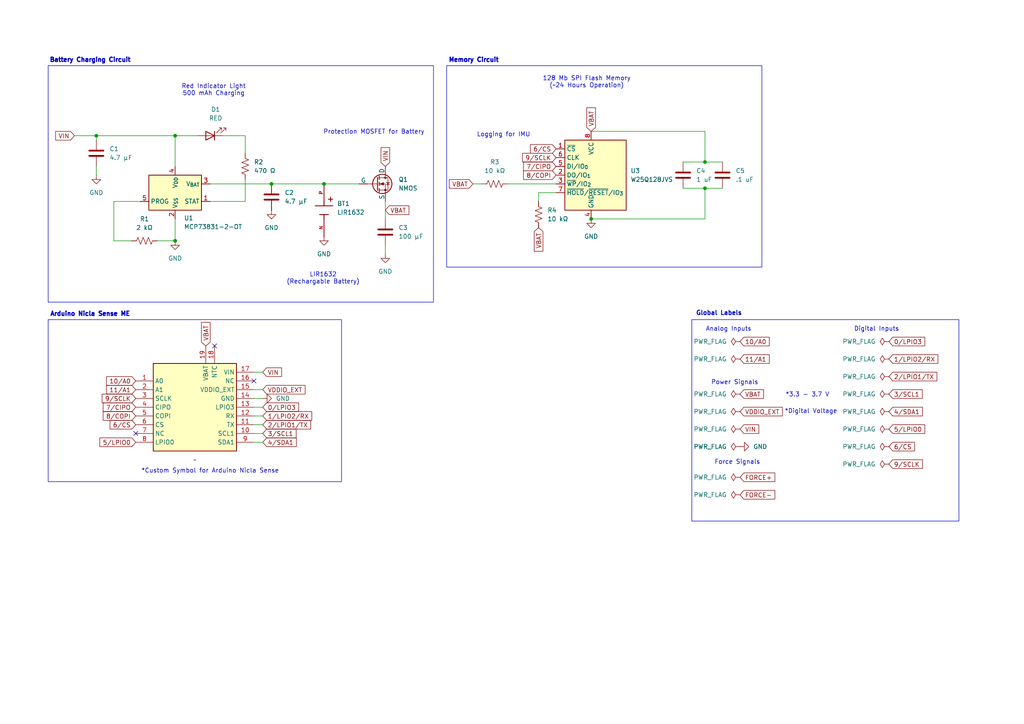
<source format=kicad_sch>
(kicad_sch (version 20250114) (generator "eeschema") (generator_version "9.0")
  (paper "A4")
  (title_block (title "Nathan Huang Board Design") (date "2025-09-23") (rev "1"))
  (lib_symbols
    (symbol "Battery_Management:MCP73831-2-OT"
      (property "Reference" "U" (at -7.62 6.35 0))
      (property "Value" "MCP73831-2-OT" (at 1.27 6.35 0))
      (symbol "MCP73831-2-OT_0_1"
        (rectangle (start -7.62 5.08) (end 7.62 -5.08) (stroke (width 0.254)) (fill (type background)))
      )
      (symbol "MCP73831-2-OT_1_1"
        (pin input line (at -10.16 -2.54 0) (length 2.54) (name "PROG") (number "5"))
        (pin power_in line (at 0 7.62 270) (length 2.54) (name "V_{DD}") (number "4"))
        (pin power_in line (at 0 -7.62 90) (length 2.54) (name "V_{SS}") (number "2"))
        (pin power_out line (at 10.16 2.54 180) (length 2.54) (name "V_{BAT}") (number "3"))
        (pin tri_state line (at 10.16 -2.54 180) (length 2.54) (name "STAT") (number "1"))
      )
    )
    (symbol "Device:C" (pin_numbers (hide yes)) (pin_names (offset 0.254))
      (property "Reference" "C" (at 0.635 2.54 0))
      (property "Value" "C" (at 0.635 -2.54 0))
      (symbol "C_0_1"
        (polyline (pts (xy -2.032 0.762) (xy 2.032 0.762)) (stroke (width 0.508)))
        (polyline (pts (xy -2.032 -0.762) (xy 2.032 -0.762)) (stroke (width 0.508)))
      )
      (symbol "C_1_1"
        (pin passive line (at 0 3.81 270) (length 2.794) (name "~") (number "1"))
        (pin passive line (at 0 -3.81 90) (length 2.794) (name "~") (number "2"))
      )
    )
    (symbol "Device:LED" (pin_numbers (hide yes)) (pin_names (offset 1.016) (hide yes))
      (property "Reference" "D" (at 0 2.54 0))
      (property "Value" "LED" (at 0 -2.54 0))
      (symbol "LED_0_1"
        (polyline (pts (xy -3.048 -0.762) (xy -4.572 -2.286) (xy -3.81 -2.286) (xy -4.572 -2.286) (xy -4.572 -1.524)))
        (polyline (pts (xy -1.778 -0.762) (xy -3.302 -2.286) (xy -2.54 -2.286) (xy -3.302 -2.286) (xy -3.302 -1.524)))
        (polyline (pts (xy -1.27 0) (xy 1.27 0)))
        (polyline (pts (xy -1.27 -1.27) (xy -1.27 1.27)) (stroke (width 0.254)))
        (polyline (pts (xy 1.27 -1.27) (xy 1.27 1.27) (xy -1.27 0) (xy 1.27 -1.27)) (stroke (width 0.254)))
      )
      (symbol "LED_1_1"
        (pin passive line (at -3.81 0 0) (length 2.54) (name "K") (number "1"))
        (pin passive line (at 3.81 0 180) (length 2.54) (name "A") (number "2"))
      )
    )
    (symbol "Device:R_US" (pin_numbers (hide yes)) (pin_names (offset 0))
      (property "Reference" "R" (at 2.54 0 90))
      (property "Value" "R_US" (at -2.54 0 90))
      (symbol "R_US_0_1"
        (polyline (pts (xy 0 2.286) (xy 0 2.54)))
        (polyline (pts (xy 0 2.286) (xy 1.016 1.905) (xy 0 1.524) (xy -1.016 1.143) (xy 0 0.762)))
        (polyline (pts (xy 0 0.762) (xy 1.016 0.381) (xy 0 0) (xy -1.016 -0.381) (xy 0 -0.762)))
        (polyline (pts (xy 0 -0.762) (xy 1.016 -1.143) (xy 0 -1.524) (xy -1.016 -1.905) (xy 0 -2.286)))
        (polyline (pts (xy 0 -2.286) (xy 0 -2.54)))
      )
      (symbol "R_US_1_1"
        (pin passive line (at 0 3.81 270) (length 1.27) (name "~") (number "1"))
        (pin passive line (at 0 -3.81 90) (length 1.27) (name "~") (number "2"))
      )
    )
    (symbol "Memory_Flash:W25Q128JVS"
      (property "Reference" "U" (at -6.35 11.43 0))
      (property "Value" "W25Q128JVS" (at 7.62 11.43 0))
      (symbol "W25Q128JVS_0_1"
        (rectangle (start -7.62 10.16) (end 10.16 -10.16) (stroke (width 0.254)) (fill (type background)))
      )
      (symbol "W25Q128JVS_1_1"
        (pin input line (at -10.16 7.62 0) (length 2.54) (name "~{CS}") (number "1"))
        (pin input line (at -10.16 5.08 0) (length 2.54) (name "CLK") (number "6"))
        (pin bidirectional line (at -10.16 2.54 0) (length 2.54) (name "DI/IO_{0}") (number "5"))
        (pin bidirectional line (at -10.16 0 0) (length 2.54) (name "DO/IO_{1}") (number "2"))
        (pin bidirectional line (at -10.16 -2.54 0) (length 2.54) (name "~{WP}/IO_{2}") (number "3"))
        (pin bidirectional line (at -10.16 -5.08 0) (length 2.54) (name "~{HOLD}/~{RESET}/IO_{3}") (number "7"))
        (pin power_in line (at 0 12.7 270) (length 2.54) (name "VCC") (number "8"))
        (pin power_in line (at 0 -12.7 90) (length 2.54) (name "GND") (number "4"))
      )
    )
    (symbol "Simulation_SPICE:NMOS" (pin_numbers (hide yes)) (pin_names (offset 0))
      (property "Reference" "Q" (at 5.08 1.27 0))
      (property "Value" "NMOS" (at 5.08 -1.27 0))
      (symbol "NMOS_0_1"
        (polyline (pts (xy 0.254 1.905) (xy 0.254 -1.905)) (stroke (width 0.254)))
        (polyline (pts (xy 0.254 0) (xy -2.54 0)))
        (polyline (pts (xy 0.762 2.286) (xy 0.762 1.27)) (stroke (width 0.254)))
        (polyline (pts (xy 0.762 0.508) (xy 0.762 -0.508)) (stroke (width 0.254)))
        (polyline (pts (xy 0.762 -1.27) (xy 0.762 -2.286)) (stroke (width 0.254)))
        (polyline (pts (xy 0.762 -1.778) (xy 3.302 -1.778) (xy 3.302 1.778) (xy 0.762 1.778)))
        (polyline (pts (xy 1.016 0) (xy 2.032 0.381) (xy 2.032 -0.381) (xy 1.016 0)) (fill (type outline)))
        (circle (center 1.651 0) (radius 2.794) (stroke (width 0.254)))
        (polyline (pts (xy 2.54 2.54) (xy 2.54 1.778)))
        (circle (center 2.54 1.778) (radius 0.254) (fill (type outline)))
        (circle (center 2.54 -1.778) (radius 0.254) (fill (type outline)))
        (polyline (pts (xy 2.54 -2.54) (xy 2.54 0) (xy 0.762 0)))
        (polyline (pts (xy 2.794 0.508) (xy 2.921 0.381) (xy 3.683 0.381) (xy 3.81 0.254)))
        (polyline (pts (xy 3.302 0.381) (xy 2.921 -0.254) (xy 3.683 -0.254) (xy 3.302 0.381)))
      )
      (symbol "NMOS_1_1"
        (pin input line (at -5.08 0 0) (length 2.54) (name "G") (number "2"))
        (pin passive line (at 2.54 5.08 270) (length 2.54) (name "D") (number "1"))
        (pin passive line (at 2.54 -5.08 90) (length 2.54) (name "S") (number "3"))
      )
    )
    (symbol "power:GND" (power) (pin_numbers (hide yes)) (pin_names (offset 0) (hide yes))
      (property "Value" "GND" (at 0 -3.81 0))
      (symbol "GND_0_1"
        (polyline (pts (xy 0 0) (xy 0 -1.27) (xy 1.27 -1.27) (xy 0 -2.54) (xy -1.27 -1.27) (xy 0 -1.27)))
      )
      (symbol "GND_1_1"
        (pin power_in line (at 0 0 270) (length 0) (name "~") (number "1"))
      )
    )
    (symbol "power:PWR_FLAG" (power) (pin_numbers (hide yes)) (pin_names (offset 0) (hide yes))
      (property "Value" "PWR_FLAG" (at 0 3.81 0))
      (symbol "PWR_FLAG_0_0"
        (pin power_out line (at 0 0 90) (length 0) (name "~") (number "1"))
      )
      (symbol "PWR_FLAG_0_1"
        (polyline (pts (xy 0 0) (xy 0 1.27) (xy -1.016 1.905) (xy 0 2.54) (xy 1.016 1.905) (xy 0 1.27)))
      )
    )
    (symbol "symbols:Arduino_Nicla_Sense"
      (symbol "Arduino_Nicla_Sense_0_1"
        (rectangle (start -7.62 10.16) (end 16.51 -15.24) (stroke (width 0.254)) (fill (type background)))
      )
      (symbol "Arduino_Nicla_Sense_1_1"
        (pin input line (at -12.7 5.08 0) (length 5.08) (name "A0") (number "1"))
        (pin input line (at -12.7 2.54 0) (length 5.08) (name "A1") (number "2"))
        (pin input line (at -12.7 0 0) (length 5.08) (name "SCLK") (number "3"))
        (pin input line (at -12.7 -2.54 0) (length 5.08) (name "CIPO") (number "4"))
        (pin input line (at -12.7 -5.08 0) (length 5.08) (name "COPI") (number "5"))
        (pin input line (at -12.7 -7.62 0) (length 5.08) (name "CS") (number "6"))
        (pin input line (at -12.7 -10.16 0) (length 5.08) (name "NC") (number "7"))
        (pin input line (at -12.7 -12.7 0) (length 5.08) (name "LPIO0") (number "8"))
        (pin input line (at 7.62 15.24 270) (length 5.08) (name "VBAT") (number "19"))
        (pin input line (at 10.16 15.24 270) (length 5.08) (name "NTC") (number "18"))
        (pin input line (at 21.59 7.62 180) (length 5.08) (name "VIN") (number "17"))
        (pin input line (at 21.59 5.08 180) (length 5.08) (name "NC") (number "16"))
        (pin input line (at 21.59 2.54 180) (length 5.08) (name "VDDIO_EXT") (number "15"))
        (pin input line (at 21.59 0 180) (length 5.08) (name "GND") (number "14"))
        (pin input line (at 21.59 -2.54 180) (length 5.08) (name "LPIO3") (number "13"))
        (pin input line (at 21.59 -5.08 180) (length 5.08) (name "RX") (number "12"))
        (pin input line (at 21.59 -7.62 180) (length 5.08) (name "TX") (number "11"))
        (pin input line (at 21.59 -10.16 180) (length 5.08) (name "SCL1") (number "10"))
        (pin input line (at 21.59 -12.7 180) (length 5.08) (name "SDA1") (number "9"))
      )
    )
    (symbol "symbols:KEYSTONE_504" (pin_names (offset 1.016))
      (property "Reference" "BT" (at -3.81 3.81 0))
      (property "Value" "KEYSTONE_504" (at -3.81 -5.08 0))
      (symbol "KEYSTONE_504_0_0"
        (polyline (pts (xy -3.81 1.905) (xy -2.54 1.905)) (stroke (width 0.254)))
        (polyline (pts (xy -3.175 2.54) (xy -3.175 1.27)) (stroke (width 0.254)))
        (polyline (pts (xy -1.27 2.54) (xy -1.27 0)) (stroke (width 0.254)))
        (polyline (pts (xy -1.27 0) (xy -2.54 0)) (stroke (width 0.254)))
        (polyline (pts (xy -1.27 0) (xy -1.27 -2.54)) (stroke (width 0.254)))
        (polyline (pts (xy 1.27 1.27) (xy 1.27 0)) (stroke (width 0.254)))
        (polyline (pts (xy 1.27 0) (xy 1.27 -1.27)) (stroke (width 0.254)))
        (polyline (pts (xy 1.27 0) (xy 2.54 0)) (stroke (width 0.254)))
        (pin passive line (at -7.62 0 0) (length 5.08) (name "~") (number "P"))
        (pin passive line (at 7.62 0 180) (length 5.08) (name "~") (number "N"))
      )
    )
  )
  (rectangle (start 13.97 92.71) (end 99.06 139.7))
  (rectangle (start 13.97 19.05) (end 125.73 87.63))
  (rectangle (start 129.54 19.05) (end 220.98 77.47))
  (rectangle (start 200.66 92.71) (end 278.13 151.13))
  (text "*Custom Symbol for Arduino Nicla Sense" (at 60.96 136.652 0) (effects (font (size 1.27 1.27))))
  (text "*Digital Voltage\n" (at 235.204 119.38 0) (effects (font (size 1.27 1.27))))
  (text "Protection MOSFET for Battery\n" (at 108.458 38.354 0) (effects (font (size 1.27 1.27))))
  (text "Global Labels" (at 208.534 90.932 0) (effects (font (size 1.27 1.27) (thickness 0.254) (bold yes))))
  (text "https://docs.arduino.cc/resources/datasheets/ABX00050-datasheet.pdf" (at 89.662 -1.524 0) (effects (font (size 1.27 1.27))))
  (text "Analog Inputs\n" (at 211.328 95.504 0) (effects (font (size 1.27 1.27))))
  (text "*3.3 - 3.7 V" (at 234.188 114.554 0) (effects (font (size 1.27 1.27))))
  (text "LIR1632\n(Rechargable Battery)" (at 93.726 80.772 0) (effects (font (size 1.27 1.27))))
  (text "128 Mb SPI Flash Memory\n(~24 Hours Operation)" (at 170.18 23.876 0) (effects (font (size 1.27 1.27))))
  (text "Digital Inputs" (at 254.254 95.504 0) (effects (font (size 1.27 1.27) (thickness 0.1588))))
  (text "Force Signals" (at 213.868 134.112 0) (effects (font (size 1.27 1.27))))
  (text "Logging for IMU" (at 146.05 39.116 0) (effects (font (size 1.27 1.27))))
  (text "Memory Circuit" (at 137.414 17.526 0) (effects (font (size 1.27 1.27) (thickness 0.381) (bold yes))))
  (text "Battery Charging Circuit" (at 26.162 17.526 0) (effects (font (size 1.27 1.27) (thickness 0.381) (bold yes))))
  (text "Arduino Nicla Sense ME" (at 26.162 91.186 0) (effects (font (size 1.27 1.27) (thickness 0.381) (bold yes))))
  (text "Power Signals" (at 213.106 110.998 0) (effects (font (size 1.27 1.27))))
  (text "Red Indicator Light\n500 mAh Charging" (at 61.976 26.162 0) (effects (font (size 1.27 1.27))))
  (junction (at 50.8 39.37))
  (junction (at 93.98 53.34))
  (junction (at 204.47 46.99))
  (junction (at 27.94 39.37))
  (junction (at 171.45 63.5))
  (junction (at 50.8 69.85))
  (junction (at 204.47 54.61))
  (junction (at 78.74 53.34))
  (no_connect (at 39.37 125.73))
  (no_connect (at 62.23 100.33))
  (no_connect (at 73.66 110.49))
  (wire (pts (xy 71.12 52.07) (xy 71.12 58.42)))
  (wire (pts (xy 198.12 46.99) (xy 204.47 46.99)))
  (wire (pts (xy 78.74 53.34) (xy 93.98 53.34)))
  (wire (pts (xy 111.76 58.42) (xy 111.76 63.5)))
  (wire (pts (xy 50.8 39.37) (xy 50.8 48.26)))
  (wire (pts (xy 73.66 115.57) (xy 76.2 115.57)))
  (wire (pts (xy 21.59 39.37) (xy 27.94 39.37)))
  (wire (pts (xy 73.66 125.73) (xy 76.2 125.73)))
  (wire (pts (xy 27.94 39.37) (xy 27.94 40.64)))
  (wire (pts (xy 204.47 54.61) (xy 204.47 63.5)))
  (wire (pts (xy 45.72 69.85) (xy 50.8 69.85)))
  (wire (pts (xy 156.21 58.42) (xy 156.21 55.88)))
  (wire (pts (xy 33.02 69.85) (xy 38.1 69.85)))
  (wire (pts (xy 111.76 71.12) (xy 111.76 73.66)))
  (wire (pts (xy 64.77 39.37) (xy 71.12 39.37)))
  (wire (pts (xy 73.66 120.65) (xy 76.2 120.65)))
  (wire (pts (xy 57.15 39.37) (xy 50.8 39.37)))
  (wire (pts (xy 73.66 128.27) (xy 76.2 128.27)))
  (wire (pts (xy 27.94 39.37) (xy 50.8 39.37)))
  (wire (pts (xy 204.47 54.61) (xy 209.55 54.61)))
  (wire (pts (xy 71.12 39.37) (xy 71.12 44.45)))
  (wire (pts (xy 204.47 38.1) (xy 171.45 38.1)))
  (wire (pts (xy 156.21 55.88) (xy 161.29 55.88)))
  (wire (pts (xy 27.94 48.26) (xy 27.94 50.8)))
  (wire (pts (xy 50.8 69.85) (xy 50.8 63.5)))
  (wire (pts (xy 93.98 53.34) (xy 104.14 53.34)))
  (wire (pts (xy 33.02 58.42) (xy 33.02 69.85)))
  (wire (pts (xy 73.66 123.19) (xy 76.2 123.19)))
  (wire (pts (xy 40.64 58.42) (xy 33.02 58.42)))
  (wire (pts (xy 71.12 58.42) (xy 60.96 58.42)))
  (wire (pts (xy 204.47 46.99) (xy 209.55 46.99)))
  (wire (pts (xy 73.66 107.95) (xy 76.2 107.95)))
  (wire (pts (xy 204.47 46.99) (xy 204.47 38.1)))
  (wire (pts (xy 73.66 118.11) (xy 76.2 118.11)))
  (wire (pts (xy 198.12 54.61) (xy 204.47 54.61)))
  (wire (pts (xy 137.16 53.34) (xy 139.7 53.34)))
  (wire (pts (xy 171.45 63.5) (xy 204.47 63.5)))
  (wire (pts (xy 147.32 53.34) (xy 161.29 53.34)))
  (wire (pts (xy 73.66 113.03) (xy 76.2 113.03)))
  (wire (pts (xy 60.96 53.34) (xy 78.74 53.34)))
  (image (at 88.646 -29.464) (scale 0.832519))
  (image (at 25.4 -29.21) (scale 0.385809))
  (global_label "5{slash}LPIO0" (shape input) (at 257.81 124.46 0) (property "Intersheetrefs" "${INTERSHEET_REFS}" (effects (hide yes))))
  (global_label "2{slash}LPIO1{slash}TX" (shape input) (at 257.81 109.22 0) (property "Intersheetrefs" "${INTERSHEET_REFS}" (effects (hide yes))))
  (global_label "6{slash}CS" (shape input) (at 257.81 129.54 0) (property "Intersheetrefs" "${INTERSHEET_REFS}" (effects (hide yes))))
  (global_label "0{slash}LPIO3" (shape input) (at 76.2 118.11 0) (property "Intersheetrefs" "${INTERSHEET_REFS}" (effects (hide yes))))
  (global_label "10{slash}A0" (shape input) (at 39.37 110.49 180) (property "Intersheetrefs" "${INTERSHEET_REFS}" (effects (hide yes))))
  (global_label "VBAT" (shape input) (at 156.21 66.04 270) (property "Intersheetrefs" "${INTERSHEET_REFS}" (effects (hide yes))))
  (global_label "0{slash}LPIO3" (shape input) (at 257.81 99.06 0) (property "Intersheetrefs" "${INTERSHEET_REFS}" (effects (hide yes))))
  (global_label "8{slash}COPI" (shape input) (at 39.37 120.65 180) (property "Intersheetrefs" "${INTERSHEET_REFS}" (effects (hide yes))))
  (global_label "VDDIO_EXT" (shape input) (at 76.2 113.03 0) (property "Intersheetrefs" "${INTERSHEET_REFS}" (effects (hide yes))))
  (global_label "VBAT" (shape input) (at 137.16 53.34 180) (property "Intersheetrefs" "${INTERSHEET_REFS}" (effects (hide yes))))
  (global_label "6{slash}CS" (shape input) (at 39.37 123.19 180) (property "Intersheetrefs" "${INTERSHEET_REFS}" (effects (hide yes))))
  (global_label "10{slash}A0" (shape input) (at 214.63 99.06 0) (property "Intersheetrefs" "${INTERSHEET_REFS}" (effects (hide yes))))
  (global_label "6{slash}CS" (shape input) (at 161.29 43.18 180) (property "Intersheetrefs" "${INTERSHEET_REFS}" (effects (hide yes))))
  (global_label "VBAT" (shape input) (at 111.76 60.96 0) (property "Intersheetrefs" "${INTERSHEET_REFS}" (effects (hide yes))))
  (global_label "7{slash}CIPO" (shape input) (at 161.29 48.26 180) (property "Intersheetrefs" "${INTERSHEET_REFS}" (effects (hide yes))))
  (global_label "9{slash}SCLK" (shape input) (at 257.81 134.62 0) (property "Intersheetrefs" "${INTERSHEET_REFS}" (effects (hide yes))))
  (global_label "11{slash}A1" (shape input) (at 39.37 113.03 180) (property "Intersheetrefs" "${INTERSHEET_REFS}" (effects (hide yes))))
  (global_label "FORCE+" (shape input) (at 214.63 138.43 0) (property "Intersheetrefs" "${INTERSHEET_REFS}" (effects (hide yes))))
  (global_label "5{slash}LPIO0" (shape input) (at 39.37 128.27 180) (property "Intersheetrefs" "${INTERSHEET_REFS}" (effects (hide yes))))
  (global_label "VIN" (shape input) (at 21.59 39.37 180) (property "Intersheetrefs" "${INTERSHEET_REFS}" (effects (hide yes))))
  (global_label "VBAT" (shape input) (at 214.63 114.3 0) (property "Intersheetrefs" "${INTERSHEET_REFS}" (effects (hide yes))))
  (global_label "9{slash}SCLK" (shape input) (at 39.37 115.57 180) (property "Intersheetrefs" "${INTERSHEET_REFS}" (effects (hide yes))))
  (global_label "3{slash}SCL1" (shape input) (at 76.2 125.73 0) (property "Intersheetrefs" "${INTERSHEET_REFS}" (effects (hide yes))))
  (global_label "7{slash}CIPO" (shape input) (at 39.37 118.11 180) (property "Intersheetrefs" "${INTERSHEET_REFS}" (effects (hide yes))))
  (global_label "9{slash}SCLK" (shape input) (at 161.29 45.72 180) (property "Intersheetrefs" "${INTERSHEET_REFS}" (effects (hide yes))))
  (global_label "8{slash}COPI" (shape input) (at 161.29 50.8 180) (property "Intersheetrefs" "${INTERSHEET_REFS}" (effects (hide yes))))
  (global_label "VBAT" (shape input) (at 171.45 38.1 90) (property "Intersheetrefs" "${INTERSHEET_REFS}" (effects (hide yes))))
  (global_label "1{slash}LPIO2{slash}RX" (shape input) (at 76.2 120.65 0) (property "Intersheetrefs" "${INTERSHEET_REFS}" (effects (hide yes))))
  (global_label "VIN" (shape input) (at 111.76 48.26 90) (property "Intersheetrefs" "${INTERSHEET_REFS}" (effects (hide yes))))
  (global_label "VBAT" (shape input) (at 59.69 100.33 90) (property "Intersheetrefs" "${INTERSHEET_REFS}" (effects (hide yes))))
  (global_label "FORCE-" (shape input) (at 214.63 143.51 0) (property "Intersheetrefs" "${INTERSHEET_REFS}" (effects (hide yes))))
  (global_label "3{slash}SCL1" (shape input) (at 257.81 114.3 0) (property "Intersheetrefs" "${INTERSHEET_REFS}" (effects (hide yes))))
  (global_label "VIN" (shape input) (at 76.2 107.95 0) (property "Intersheetrefs" "${INTERSHEET_REFS}" (effects (hide yes))))
  (global_label "VDDIO_EXT" (shape input) (at 214.63 119.38 0) (property "Intersheetrefs" "${INTERSHEET_REFS}" (effects (hide yes))))
  (global_label "4{slash}SDA1" (shape input) (at 257.81 119.38 0) (property "Intersheetrefs" "${INTERSHEET_REFS}" (effects (hide yes))))
  (global_label "1{slash}LPIO2{slash}RX" (shape input) (at 257.81 104.14 0) (property "Intersheetrefs" "${INTERSHEET_REFS}" (effects (hide yes))))
  (global_label "11{slash}A1" (shape input) (at 214.63 104.14 0) (property "Intersheetrefs" "${INTERSHEET_REFS}" (effects (hide yes))))
  (global_label "VIN" (shape input) (at 214.63 124.46 0) (property "Intersheetrefs" "${INTERSHEET_REFS}" (effects (hide yes))))
  (global_label "4{slash}SDA1" (shape input) (at 76.2 128.27 0) (property "Intersheetrefs" "${INTERSHEET_REFS}" (effects (hide yes))))
  (global_label "2{slash}LPIO1{slash}TX" (shape input) (at 76.2 123.19 0) (property "Intersheetrefs" "${INTERSHEET_REFS}" (effects (hide yes))))
  (symbol (lib_id "power:GND") (at 76.2 115.57 90) (mirror x) (unit 1)
    (property "Reference" "#PWR016" (effects (hide yes)))
    (property "Value" "GND" (at 80.01 115.5699 90) (effects (justify right)))
    (property "Description" "Power symbol creates a global label with name \"GND\" , ground" (effects (hide yes)))
  )
  (symbol (lib_id "power:GND") (at 50.8 69.85 0) (unit 1)
    (property "Reference" "#PWR02" (effects (hide yes)))
    (property "Value" "GND" (at 50.8 74.93 0))
    (property "Description" "Power symbol creates a global label with name \"GND\" , ground" (effects (hide yes)))
  )
  (symbol (lib_id "power:PWR_FLAG") (at 257.81 99.06 90) (unit 1)
    (property "Reference" "#FLG01" (effects (hide yes)))
    (property "Value" "PWR_FLAG" (at 254 99.0599 90) (effects (justify left)))
    (property "Description" "Special symbol for telling ERC where power comes from" (effects (hide yes)))
  )
  (symbol (lib_id "Device:LED") (at 60.96 39.37 180) (unit 1)
    (property "Reference" "D1" (at 62.5475 31.75 0))
    (property "Value" "RED" (at 62.5475 34.29 0))
    (property "Footprint" "Diode_SMD:D_0201_0603Metric" (effects (hide yes)))
    (property "Description" "Light emitting diode" (effects (hide yes)))
    (property "Sim.Pins" "1=K 2=A" (effects (hide yes)))
  )
  (symbol (lib_id "power:PWR_FLAG") (at 214.63 138.43 90) (unit 1)
    (property "Reference" "#FLG011" (effects (hide yes)))
    (property "Value" "PWR_FLAG" (at 210.82 138.4299 90) (effects (justify left)))
    (property "Description" "Special symbol for telling ERC where power comes from" (effects (hide yes)))
  )
  (symbol (lib_id "Device:C") (at 27.94 44.45 180) (unit 1)
    (property "Reference" "C1" (at 31.75 43.1799 0) (effects (justify right)))
    (property "Value" "4.7 μF" (at 31.75 45.7199 0) (effects (justify right)))
    (property "Footprint" "Capacitor_SMD:C_0201_0603Metric" (effects (hide yes)))
    (property "Description" "Unpolarized capacitor" (effects (hide yes)))
  )
  (symbol (lib_id "power:PWR_FLAG") (at 214.63 124.46 90) (unit 1)
    (property "Reference" "#FLG016" (effects (hide yes)))
    (property "Value" "PWR_FLAG" (at 210.82 124.4599 90) (effects (justify left)))
    (property "Description" "Special symbol for telling ERC where power comes from" (effects (hide yes)))
  )
  (symbol (lib_id "power:PWR_FLAG") (at 214.63 99.06 90) (unit 1)
    (property "Reference" "#FLG02" (effects (hide yes)))
    (property "Value" "PWR_FLAG" (at 210.82 99.0599 90) (effects (justify left)))
    (property "Description" "Special symbol for telling ERC where power comes from" (effects (hide yes)))
  )
  (symbol (lib_id "power:PWR_FLAG") (at 257.81 129.54 90) (unit 1)
    (property "Reference" "#FLG010" (effects (hide yes)))
    (property "Value" "PWR_FLAG" (at 254 129.5399 90) (effects (justify left)))
    (property "Description" "Special symbol for telling ERC where power comes from" (effects (hide yes)))
  )
  (symbol (lib_id "power:GND") (at 78.74 60.96 0) (unit 1)
    (property "Reference" "#PWR012" (effects (hide yes)))
    (property "Value" "GND" (at 78.74 66.04 0))
    (property "Description" "Power symbol creates a global label with name \"GND\" , ground" (effects (hide yes)))
  )
  (symbol (lib_id "symbols:KEYSTONE_504") (at 93.98 60.96 270) (unit 1)
    (property "Reference" "BT1" (at 97.79 59.0549 90) (effects (justify left)))
    (property "Value" "LIR1632" (at 97.79 61.5949 90) (effects (justify left)))
    (property "Footprint" "footprints:BAT_504" (effects (hide yes)))
    (property "MF" "Keystone Electronics" (effects (hide yes)))
    (property "MAXIMUM_PACKAGE_HEIGHT" "5.38mm" (effects (hide yes)))
    (property "Package" "None" (effects (hide yes)))
    (property "Price" "None" (effects (hide yes)))
    (property "Check_prices" "https://www.snapeda.com/parts/504/Keystone/view-part/?ref=eda" (effects (hide yes)))
    (property "STANDARD" "Manufacturer Recommendations" (effects (hide yes)))
    (property "PARTREV" "H" (effects (hide yes)))
    (property "SnapEDA_Link" "https://www.snapeda.com/parts/504/Keystone/view-part/?ref=snap" (effects (hide yes)))
    (property "MP" "504" (effects (hide yes)))
    (property "Description_1" "SMT Holder for 16mm Cell" (effects (hide yes)))
    (property "SNAPEDA_PN" "504" (effects (hide yes)))
    (property "Availability" "In Stock" (effects (hide yes)))
    (property "MANUFACTURER" "Keystone" (effects (hide yes)))
  )
  (symbol (lib_id "symbols:Arduino_Nicla_Sense") (at 52.07 115.57 0) (unit 1)
    (property "Reference" "U2" (effects (hide yes)))
    (property "Value" "~" (at 56.515 133.35 0))
    (property "Footprint" "footprints:Arduino_Nicla_Sense" (effects (hide yes)))
  )
  (symbol (lib_id "Battery_Management:MCP73831-2-OT") (at 50.8 55.88 0) (unit 1)
    (property "Reference" "U1" (at 53.34 63.246 0) (effects (justify left)))
    (property "Value" "MCP73831-2-OT" (at 53.34 65.786 0) (effects (justify left)))
    (property "Footprint" "Package_TO_SOT_SMD:SOT-23-5" (effects (hide yes)))
    (property "Datasheet" "http://ww1.microchip.com/downloads/en/DeviceDoc/20001984g.pdf" (effects (hide yes)))
    (property "Description" "Single cell, Li-Ion/Li-Po charge management controller, 4.20V, Tri-State Status Output, in SOT23-5 package" (effects (hide yes)))
  )
  (symbol (lib_id "power:GND") (at 27.94 50.8 0) (unit 1)
    (property "Reference" "#PWR08" (effects (hide yes)))
    (property "Value" "GND" (at 27.94 55.88 0))
    (property "Description" "Power symbol creates a global label with name \"GND\" , ground" (effects (hide yes)))
  )
  (symbol (lib_id "power:PWR_FLAG") (at 257.81 119.38 90) (unit 1)
    (property "Reference" "#FLG08" (effects (hide yes)))
    (property "Value" "PWR_FLAG" (at 254 119.3799 90) (effects (justify left)))
    (property "Description" "Special symbol for telling ERC where power comes from" (effects (hide yes)))
  )
  (symbol (lib_id "Device:R_US") (at 41.91 69.85 90) (unit 1)
    (property "Reference" "R1" (at 41.91 63.5 90))
    (property "Value" "2 kΩ" (at 41.91 66.04 90))
    (property "Footprint" "Resistor_SMD:R_0201_0603Metric" (effects (hide yes)))
    (property "Description" "Resistor, US symbol" (effects (hide yes)))
  )
  (symbol (lib_id "power:PWR_FLAG") (at 257.81 124.46 90) (unit 1)
    (property "Reference" "#FLG09" (effects (hide yes)))
    (property "Value" "PWR_FLAG" (at 254 124.4599 90) (effects (justify left)))
    (property "Description" "Special symbol for telling ERC where power comes from" (effects (hide yes)))
  )
  (symbol (lib_id "power:PWR_FLAG") (at 214.63 114.3 90) (unit 1)
    (property "Reference" "#FLG014" (effects (hide yes)))
    (property "Value" "PWR_FLAG" (at 210.82 114.2999 90) (effects (justify left)))
    (property "Description" "Special symbol for telling ERC where power comes from" (effects (hide yes)))
  )
  (symbol (lib_id "power:PWR_FLAG") (at 257.81 114.3 90) (unit 1)
    (property "Reference" "#FLG07" (effects (hide yes)))
    (property "Value" "PWR_FLAG" (at 254 114.2999 90) (effects (justify left)))
    (property "Description" "Special symbol for telling ERC where power comes from" (effects (hide yes)))
  )
  (symbol (lib_id "power:PWR_FLAG") (at 214.63 104.14 90) (unit 1)
    (property "Reference" "#FLG03" (effects (hide yes)))
    (property "Value" "PWR_FLAG" (at 210.82 104.1399 90) (effects (justify left)))
    (property "Description" "Special symbol for telling ERC where power comes from" (effects (hide yes)))
  )
  (symbol (lib_id "power:GND") (at 214.63 129.54 90) (unit 1)
    (property "Reference" "#PWR04" (effects (hide yes)))
    (property "Value" "GND" (at 218.44 129.5399 90) (effects (justify right)))
    (property "Description" "Power symbol creates a global label with name \"GND\" , ground" (effects (hide yes)))
  )
  (symbol (lib_id "Memory_Flash:W25Q128JVS") (at 171.45 50.8 0) (unit 1)
    (property "Reference" "U3" (at 182.88 49.5299 0) (effects (justify left)))
    (property "Value" "W25Q128JVS" (at 182.88 52.0699 0) (effects (justify left)))
    (property "Footprint" "Package_SO:SOIC-8_5.3x5.3mm_P1.27mm" (effects (hide yes)))
    (property "Datasheet" "https://www.winbond.com/resource-files/w25q128jv_dtr%20revc%2003272018%20plus.pdf" (effects (hide yes)))
    (property "Description" "128Mbit / 16MiB Serial Flash Memory, Standard/Dual/Quad SPI, 2.7-3.6V, SOIC-8" (effects (hide yes)))
  )
  (symbol (lib_id "power:PWR_FLAG") (at 257.81 134.62 90) (unit 1)
    (property "Reference" "#FLG013" (effects (hide yes)))
    (property "Value" "PWR_FLAG" (at 254 134.6199 90) (effects (justify left)))
    (property "Description" "Special symbol for telling ERC where power comes from" (effects (hide yes)))
  )
  (symbol (lib_id "Simulation_SPICE:NMOS") (at 109.22 53.34 0) (unit 1)
    (property "Reference" "Q1" (at 115.57 52.0699 0) (effects (justify left)))
    (property "Value" "NMOS" (at 115.57 54.6099 0) (effects (justify left)))
    (property "Footprint" "footprints:NMOS_DMP1045U" (effects (hide yes)))
    (property "Datasheet" "https://ngspice.sourceforge.io/docs/ngspice-html-manual/manual.xhtml#cha_MOSFETs" (effects (hide yes)))
    (property "Description" "N-MOSFET transistor, drain/source/gate" (effects (hide yes)))
    (property "Sim.Device" "NMOS" (effects (hide yes)))
    (property "Sim.Type" "VDMOS" (effects (hide yes)))
    (property "Sim.Pins" "1=D 2=G 3=S" (effects (hide yes)))
  )
  (symbol (lib_id "power:PWR_FLAG") (at 214.63 129.54 90) (unit 1)
    (property "Reference" "#FLG04" (effects (hide yes)))
    (property "Value" "PWR_FLAG" (at 210.82 129.5399 90) (effects (justify left)))
    (property "Description" "Special symbol for telling ERC where power comes from" (effects (hide yes)))
  )
  (symbol (lib_id "Device:R_US") (at 156.21 62.23 180) (unit 1)
    (property "Reference" "R4" (at 158.75 60.9599 0) (effects (justify right)))
    (property "Value" "10 kΩ" (at 158.75 63.4999 0) (effects (justify right)))
    (property "Footprint" "Resistor_SMD:R_0201_0603Metric" (effects (hide yes)))
    (property "Description" "Resistor, US symbol" (effects (hide yes)))
  )
  (symbol (lib_id "Device:R_US") (at 143.51 53.34 90) (unit 1)
    (property "Reference" "R3" (at 143.51 46.99 90))
    (property "Value" "10 kΩ" (at 143.51 49.53 90))
    (property "Footprint" "Resistor_SMD:R_0201_0603Metric" (effects (hide yes)))
    (property "Description" "Resistor, US symbol" (effects (hide yes)))
  )
  (symbol (lib_id "power:PWR_FLAG") (at 214.63 119.38 90) (unit 1)
    (property "Reference" "#FLG015" (effects (hide yes)))
    (property "Value" "PWR_FLAG" (at 210.82 119.3799 90) (effects (justify left)))
    (property "Description" "Special symbol for telling ERC where power comes from" (effects (hide yes)))
  )
  (symbol (lib_id "power:PWR_FLAG") (at 257.81 104.14 90) (unit 1)
    (property "Reference" "#FLG05" (effects (hide yes)))
    (property "Value" "PWR_FLAG" (at 254 104.1399 90) (effects (justify left)))
    (property "Description" "Special symbol for telling ERC where power comes from" (effects (hide yes)))
  )
  (symbol (lib_id "Device:C") (at 111.76 67.31 0) (unit 1)
    (property "Reference" "C3" (at 115.57 66.0399 0) (effects (justify left)))
    (property "Value" "100 μF" (at 115.57 68.5799 0) (effects (justify left)))
    (property "Footprint" "Capacitor_SMD:C_0201_0603Metric" (effects (hide yes)))
    (property "Description" "Unpolarized capacitor" (effects (hide yes)))
  )
  (symbol (lib_id "Device:C") (at 209.55 50.8 0) (unit 1)
    (property "Reference" "C5" (at 213.36 49.5299 0) (effects (justify left)))
    (property "Value" ".1 uF" (at 213.36 52.0699 0) (effects (justify left)))
    (property "Footprint" "Capacitor_SMD:C_0201_0603Metric" (effects (hide yes)))
    (property "Description" "Unpolarized capacitor" (effects (hide yes)))
  )
  (symbol (lib_id "power:GND") (at 111.76 73.66 0) (unit 1)
    (property "Reference" "#PWR03" (effects (hide yes)))
    (property "Value" "GND" (at 111.76 78.74 0))
    (property "Description" "Power symbol creates a global label with name \"GND\" , ground" (effects (hide yes)))
  )
  (symbol (lib_id "Device:R_US") (at 71.12 48.26 0) (unit 1)
    (property "Reference" "R2" (at 73.66 46.9899 0) (effects (justify left)))
    (property "Value" "470 Ω" (at 73.66 49.5299 0) (effects (justify left)))
    (property "Footprint" "Resistor_SMD:R_0201_0603Metric" (effects (hide yes)))
    (property "Description" "Resistor, US symbol" (effects (hide yes)))
  )
  (symbol (lib_id "power:PWR_FLAG") (at 214.63 143.51 90) (unit 1)
    (property "Reference" "#FLG012" (effects (hide yes)))
    (property "Value" "PWR_FLAG" (at 210.82 143.5099 90) (effects (justify left)))
    (property "Description" "Special symbol for telling ERC where power comes from" (effects (hide yes)))
  )
  (symbol (lib_id "Device:C") (at 78.74 57.15 0) (unit 1)
    (property "Reference" "C2" (at 82.55 55.8799 0) (effects (justify left)))
    (property "Value" "4.7 μF" (at 82.55 58.4199 0) (effects (justify left)))
    (property "Footprint" "Capacitor_SMD:C_0201_0603Metric" (effects (hide yes)))
    (property "Description" "Unpolarized capacitor" (effects (hide yes)))
  )
  (symbol (lib_id "Device:C") (at 198.12 50.8 0) (unit 1)
    (property "Reference" "C4" (at 201.93 49.5299 0) (effects (justify left)))
    (property "Value" "1 uF" (at 201.93 52.0699 0) (effects (justify left)))
    (property "Footprint" "Capacitor_SMD:C_0201_0603Metric" (effects (hide yes)))
    (property "Description" "Unpolarized capacitor" (effects (hide yes)))
  )
  (symbol (lib_id "power:GND") (at 93.98 68.58 0) (unit 1)
    (property "Reference" "#PWR01" (effects (hide yes)))
    (property "Value" "GND" (at 93.98 73.66 0))
    (property "Description" "Power symbol creates a global label with name \"GND\" , ground" (effects (hide yes)))
  )
  (symbol (lib_id "power:PWR_FLAG") (at 257.81 109.22 90) (unit 1)
    (property "Reference" "#FLG06" (effects (hide yes)))
    (property "Value" "PWR_FLAG" (at 254 109.2199 90) (effects (justify left)))
    (property "Description" "Special symbol for telling ERC where power comes from" (effects (hide yes)))
  )
  (symbol (lib_id "power:GND") (at 171.45 63.5 0) (unit 1)
    (property "Reference" "#PWR013" (effects (hide yes)))
    (property "Value" "GND" (at 171.45 68.58 0))
    (property "Description" "Power symbol creates a global label with name \"GND\" , ground" (effects (hide yes)))
  )
)
</source>
